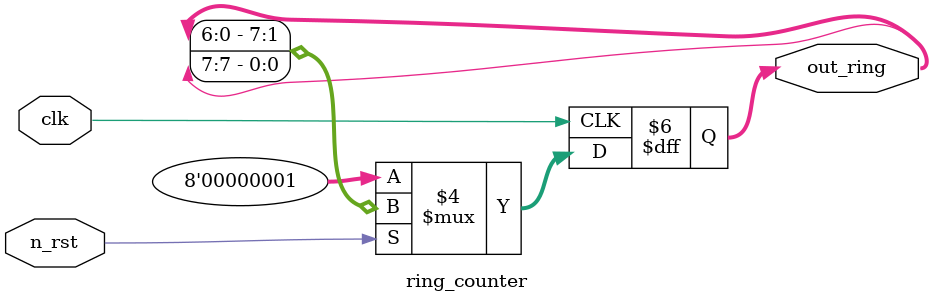
<source format=sv>
`timescale 1ns/10ps


module ring_counter
#(
    parameter WIDTH_REG = 8
)
(
    input   logic   clk,
    input   logic   n_rst,

    output  logic   [(WIDTH_REG - 1):0] out_ring
);

    always_ff @(posedge clk)
    begin
        if(!n_rst)
            out_ring <= {{(WIDTH_REG - 1){1'b0}}, 1'b1};
        else
            out_ring <= {out_ring[(WIDTH_REG - 2):0],out_ring[WIDTH_REG - 1]};
    end

endmodule : ring_counter
</source>
